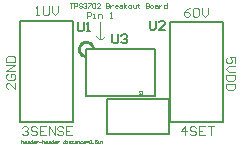
<source format=gto>
G04*
G04 #@! TF.GenerationSoftware,Altium Limited,Altium Designer,20.2.6 (244)*
G04*
G04 Layer_Color=65535*
%FSLAX25Y25*%
%MOIN*%
G70*
G04*
G04 #@! TF.SameCoordinates,3BEAAA9E-F05A-440F-9624-ADC4F11FC2D3*
G04*
G04*
G04 #@! TF.FilePolarity,Positive*
G04*
G01*
G75*
%ADD10C,0.01000*%
%ADD11C,0.00787*%
%ADD12C,0.00394*%
%ADD13C,0.00200*%
%ADD14C,0.00300*%
%ADD15C,0.00700*%
D10*
X30909Y-16989D02*
X30586Y-16090D01*
X29933Y-15393D01*
X29057Y-15011D01*
X28101Y-15008D01*
X27223Y-15383D01*
X26565Y-16076D01*
X26235Y-16972D01*
X26287Y-17926D01*
X26713Y-18782D01*
X27443Y-19398D01*
X28357Y-19675D01*
D11*
X35547Y-45906D02*
Y-40000D01*
Y-45906D02*
X56453D01*
Y-34095D01*
X35547D02*
X56453D01*
X35547Y-40000D02*
Y-34095D01*
X56642Y-41890D02*
X74358D01*
X56642D02*
Y-8425D01*
X74358D01*
Y-41890D02*
Y-8425D01*
X28571Y-33071D02*
Y-17323D01*
X51799D01*
Y-33071D02*
Y-17323D01*
X28571Y-33071D02*
X51799D01*
X6642Y-8110D02*
X24358D01*
Y-41575D02*
Y-8110D01*
X6642Y-41575D02*
X24358D01*
X6642D02*
Y-8110D01*
D12*
X34000Y-14000D02*
X35000Y-13000D01*
X33500Y-14000D02*
X34000D01*
X32000Y-13000D02*
X33000Y-14000D01*
X33500D01*
Y-8500D01*
X28894Y-7106D02*
Y-5107D01*
X29893D01*
X30227Y-5440D01*
Y-6107D01*
X29893Y-6440D01*
X28894D01*
X30893Y-7106D02*
X31560D01*
X31226D01*
Y-5773D01*
X30893D01*
X32559Y-7106D02*
Y-5773D01*
X33559D01*
X33892Y-6107D01*
Y-7106D01*
X36558D02*
X37224D01*
X36891D01*
Y-5107D01*
X36558Y-5440D01*
X61870Y-46106D02*
Y-43154D01*
X60394Y-44630D01*
X62362D01*
X65313Y-43646D02*
X64821Y-43154D01*
X63837D01*
X63345Y-43646D01*
Y-44138D01*
X63837Y-44630D01*
X64821D01*
X65313Y-45122D01*
Y-45614D01*
X64821Y-46106D01*
X63837D01*
X63345Y-45614D01*
X68265Y-43154D02*
X66297D01*
Y-46106D01*
X68265D01*
X66297Y-44630D02*
X67281D01*
X69249Y-43154D02*
X71217D01*
X70233D01*
Y-46106D01*
X78346Y-22162D02*
Y-20194D01*
X76870D01*
X77362Y-21178D01*
Y-21670D01*
X76870Y-22162D01*
X75886D01*
X75394Y-21670D01*
Y-20686D01*
X75886Y-20194D01*
X78346Y-23145D02*
X76378D01*
X75394Y-24129D01*
X76378Y-25113D01*
X78346D01*
Y-26097D02*
X75394D01*
Y-27573D01*
X75886Y-28065D01*
X77854D01*
X78346Y-27573D01*
Y-26097D01*
Y-29049D02*
X75394D01*
Y-30525D01*
X75886Y-31017D01*
X77854D01*
X78346Y-30525D01*
Y-29049D01*
X63362Y-3655D02*
X62378Y-4146D01*
X61394Y-5130D01*
Y-6114D01*
X61886Y-6606D01*
X62870D01*
X63362Y-6114D01*
Y-5622D01*
X62870Y-5130D01*
X61394D01*
X65821Y-3655D02*
X64837D01*
X64346Y-4146D01*
Y-6114D01*
X64837Y-6606D01*
X65821D01*
X66313Y-6114D01*
Y-4146D01*
X65821Y-3655D01*
X67297D02*
Y-5622D01*
X68281Y-6606D01*
X69265Y-5622D01*
Y-3655D01*
X7394Y-43646D02*
X7886Y-43154D01*
X8870D01*
X9362Y-43646D01*
Y-44138D01*
X8870Y-44630D01*
X8378D01*
X8870D01*
X9362Y-45122D01*
Y-45614D01*
X8870Y-46106D01*
X7886D01*
X7394Y-45614D01*
X12313Y-43646D02*
X11821Y-43154D01*
X10837D01*
X10345Y-43646D01*
Y-44138D01*
X10837Y-44630D01*
X11821D01*
X12313Y-45122D01*
Y-45614D01*
X11821Y-46106D01*
X10837D01*
X10345Y-45614D01*
X15265Y-43154D02*
X13297D01*
Y-46106D01*
X15265D01*
X13297Y-44630D02*
X14281D01*
X16249Y-46106D02*
Y-43154D01*
X18217Y-46106D01*
Y-43154D01*
X21169Y-43646D02*
X20677Y-43154D01*
X19693D01*
X19201Y-43646D01*
Y-44138D01*
X19693Y-44630D01*
X20677D01*
X21169Y-45122D01*
Y-45614D01*
X20677Y-46106D01*
X19693D01*
X19201Y-45614D01*
X24121Y-43154D02*
X22153D01*
Y-46106D01*
X24121D01*
X22153Y-44630D02*
X23137D01*
X5106Y-28638D02*
Y-30606D01*
X3138Y-28638D01*
X2647D01*
X2155Y-29130D01*
Y-30114D01*
X2647Y-30606D01*
Y-25687D02*
X2155Y-26179D01*
Y-27163D01*
X2647Y-27654D01*
X4614D01*
X5106Y-27163D01*
Y-26179D01*
X4614Y-25687D01*
X3630D01*
Y-26671D01*
X5106Y-24703D02*
X2155D01*
X5106Y-22735D01*
X2155D01*
Y-21751D02*
X5106D01*
Y-20275D01*
X4614Y-19783D01*
X2647D01*
X2155Y-20275D01*
Y-21751D01*
X11894Y-6106D02*
X12878D01*
X12386D01*
Y-3154D01*
X11894Y-3647D01*
X14354Y-3154D02*
Y-5614D01*
X14845Y-6106D01*
X15829D01*
X16321Y-5614D01*
Y-3154D01*
X17305D02*
Y-5122D01*
X18289Y-6106D01*
X19273Y-5122D01*
Y-3154D01*
D13*
X47333Y-32000D02*
X47500Y-31833D01*
Y-31500D01*
X47333Y-31334D01*
X46667D01*
X46500Y-31500D01*
Y-31833D01*
X46667Y-32000D01*
X46500Y-32333D02*
Y-32667D01*
Y-32500D01*
X47500D01*
X47333Y-32333D01*
X7200Y-47800D02*
Y-48800D01*
Y-48300D01*
X7367Y-48134D01*
X7700D01*
X7867Y-48300D01*
Y-48800D01*
X8699D02*
X8366D01*
X8200Y-48633D01*
Y-48300D01*
X8366Y-48134D01*
X8699D01*
X8866Y-48300D01*
Y-48467D01*
X8200D01*
X9366Y-48134D02*
X9699D01*
X9866Y-48300D01*
Y-48800D01*
X9366D01*
X9199Y-48633D01*
X9366Y-48467D01*
X9866D01*
X10865Y-47800D02*
Y-48800D01*
X10366D01*
X10199Y-48633D01*
Y-48300D01*
X10366Y-48134D01*
X10865D01*
X11699Y-48800D02*
X11365D01*
X11199Y-48633D01*
Y-48300D01*
X11365Y-48134D01*
X11699D01*
X11865Y-48300D01*
Y-48467D01*
X11199D01*
X12198Y-48134D02*
Y-48800D01*
Y-48467D01*
X12365Y-48300D01*
X12532Y-48134D01*
X12698D01*
X13198Y-48300D02*
X13864D01*
X14198Y-47800D02*
Y-48800D01*
Y-48300D01*
X14364Y-48134D01*
X14698D01*
X14864Y-48300D01*
Y-48800D01*
X15697D02*
X15364D01*
X15197Y-48633D01*
Y-48300D01*
X15364Y-48134D01*
X15697D01*
X15864Y-48300D01*
Y-48467D01*
X15197D01*
X16364Y-48134D02*
X16697D01*
X16864Y-48300D01*
Y-48800D01*
X16364D01*
X16197Y-48633D01*
X16364Y-48467D01*
X16864D01*
X17863Y-47800D02*
Y-48800D01*
X17363D01*
X17197Y-48633D01*
Y-48300D01*
X17363Y-48134D01*
X17863D01*
X18696Y-48800D02*
X18363D01*
X18196Y-48633D01*
Y-48300D01*
X18363Y-48134D01*
X18696D01*
X18863Y-48300D01*
Y-48467D01*
X18196D01*
X19196Y-48134D02*
Y-48800D01*
Y-48467D01*
X19363Y-48300D01*
X19529Y-48134D01*
X19696D01*
X21862Y-47800D02*
Y-48800D01*
X21362D01*
X21195Y-48633D01*
Y-48300D01*
X21362Y-48134D01*
X21862D01*
X22195Y-48800D02*
X22528D01*
X22362D01*
Y-48134D01*
X22195D01*
X23028Y-48800D02*
X23528D01*
X23695Y-48633D01*
X23528Y-48467D01*
X23195D01*
X23028Y-48300D01*
X23195Y-48134D01*
X23695D01*
X24195Y-47967D02*
Y-48134D01*
X24028D01*
X24361D01*
X24195D01*
Y-48633D01*
X24361Y-48800D01*
X25028Y-48134D02*
X25361D01*
X25527Y-48300D01*
Y-48800D01*
X25028D01*
X24861Y-48633D01*
X25028Y-48467D01*
X25527D01*
X25861Y-48800D02*
Y-48134D01*
X26360D01*
X26527Y-48300D01*
Y-48800D01*
X27527Y-48134D02*
X27027D01*
X26860Y-48300D01*
Y-48633D01*
X27027Y-48800D01*
X27527D01*
X28360D02*
X28027D01*
X27860Y-48633D01*
Y-48300D01*
X28027Y-48134D01*
X28360D01*
X28526Y-48300D01*
Y-48467D01*
X27860D01*
X28860D02*
X29526D01*
X28860Y-48134D02*
X29526D01*
X29859Y-47967D02*
X30026Y-47800D01*
X30359D01*
X30526Y-47967D01*
Y-48633D01*
X30359Y-48800D01*
X30026D01*
X29859Y-48633D01*
Y-47967D01*
X30859Y-48800D02*
Y-48633D01*
X31026D01*
Y-48800D01*
X30859D01*
X32359Y-47800D02*
X31692D01*
Y-48300D01*
X32025Y-48134D01*
X32192D01*
X32359Y-48300D01*
Y-48633D01*
X32192Y-48800D01*
X31859D01*
X31692Y-48633D01*
X32692Y-48800D02*
X33025D01*
X32858D01*
Y-48134D01*
X32692D01*
X33525Y-48800D02*
Y-48134D01*
X34025D01*
X34191Y-48300D01*
Y-48800D01*
D14*
X35300Y-2200D02*
Y-3700D01*
X36050D01*
X36300Y-3450D01*
Y-3200D01*
X36050Y-2950D01*
X35300D01*
X36050D01*
X36300Y-2700D01*
Y-2450D01*
X36050Y-2200D01*
X35300D01*
X36799Y-2700D02*
Y-3700D01*
Y-3200D01*
X37049Y-2950D01*
X37299Y-2700D01*
X37549D01*
X39049Y-3700D02*
X38549D01*
X38299Y-3450D01*
Y-2950D01*
X38549Y-2700D01*
X39049D01*
X39299Y-2950D01*
Y-3200D01*
X38299D01*
X40049Y-2700D02*
X40548D01*
X40798Y-2950D01*
Y-3700D01*
X40049D01*
X39799Y-3450D01*
X40049Y-3200D01*
X40798D01*
X41298Y-3700D02*
Y-2200D01*
Y-3200D02*
X42048Y-2700D01*
X41298Y-3200D02*
X42048Y-3700D01*
X43047D02*
X43547D01*
X43797Y-3450D01*
Y-2950D01*
X43547Y-2700D01*
X43047D01*
X42798Y-2950D01*
Y-3450D01*
X43047Y-3700D01*
X44297Y-2700D02*
Y-3450D01*
X44547Y-3700D01*
X45297D01*
Y-2700D01*
X46047Y-2450D02*
Y-2700D01*
X45797D01*
X46297D01*
X46047D01*
Y-3450D01*
X46297Y-3700D01*
X48546Y-2200D02*
Y-3700D01*
X49295D01*
X49545Y-3450D01*
Y-3200D01*
X49295Y-2950D01*
X48546D01*
X49295D01*
X49545Y-2700D01*
Y-2450D01*
X49295Y-2200D01*
X48546D01*
X50295Y-3700D02*
X50795D01*
X51045Y-3450D01*
Y-2950D01*
X50795Y-2700D01*
X50295D01*
X50045Y-2950D01*
Y-3450D01*
X50295Y-3700D01*
X51795Y-2700D02*
X52295D01*
X52544Y-2950D01*
Y-3700D01*
X51795D01*
X51545Y-3450D01*
X51795Y-3200D01*
X52544D01*
X53044Y-2700D02*
Y-3700D01*
Y-3200D01*
X53294Y-2950D01*
X53544Y-2700D01*
X53794D01*
X55544Y-2200D02*
Y-3700D01*
X54794D01*
X54544Y-3450D01*
Y-2950D01*
X54794Y-2700D01*
X55544D01*
X23300Y-2200D02*
X24300D01*
X23800D01*
Y-3700D01*
X24800D02*
Y-2200D01*
X25549D01*
X25799Y-2450D01*
Y-2950D01*
X25549Y-3200D01*
X24800D01*
X27299Y-2450D02*
X27049Y-2200D01*
X26549D01*
X26299Y-2450D01*
Y-2700D01*
X26549Y-2950D01*
X27049D01*
X27299Y-3200D01*
Y-3450D01*
X27049Y-3700D01*
X26549D01*
X26299Y-3450D01*
X27799Y-2450D02*
X28049Y-2200D01*
X28548D01*
X28798Y-2450D01*
Y-2700D01*
X28548Y-2950D01*
X28298D01*
X28548D01*
X28798Y-3200D01*
Y-3450D01*
X28548Y-3700D01*
X28049D01*
X27799Y-3450D01*
X29298Y-2200D02*
X30298D01*
Y-2450D01*
X29298Y-3450D01*
Y-3700D01*
X30798Y-2450D02*
X31047Y-2200D01*
X31547D01*
X31797Y-2450D01*
Y-3450D01*
X31547Y-3700D01*
X31047D01*
X30798Y-3450D01*
Y-2450D01*
X33297Y-3700D02*
X32297D01*
X33297Y-2700D01*
Y-2450D01*
X33047Y-2200D01*
X32547D01*
X32297Y-2450D01*
D15*
X50001Y-8000D02*
Y-10500D01*
X50501Y-11000D01*
X51500D01*
X52000Y-10500D01*
Y-8000D01*
X54999Y-11000D02*
X53000D01*
X54999Y-9000D01*
Y-8500D01*
X54499Y-8000D01*
X53500D01*
X53000Y-8500D01*
X37501Y-12501D02*
Y-15000D01*
X38001Y-15499D01*
X39000D01*
X39500Y-15000D01*
Y-12501D01*
X40500Y-13000D02*
X41000Y-12501D01*
X41999D01*
X42499Y-13000D01*
Y-13500D01*
X41999Y-14000D01*
X41500D01*
X41999D01*
X42499Y-14500D01*
Y-15000D01*
X41999Y-15499D01*
X41000D01*
X40500Y-15000D01*
X26001Y-8501D02*
Y-11000D01*
X26500Y-11500D01*
X27500D01*
X28000Y-11000D01*
Y-8501D01*
X29000Y-11500D02*
X29999D01*
X29500D01*
Y-8501D01*
X29000Y-9000D01*
M02*

</source>
